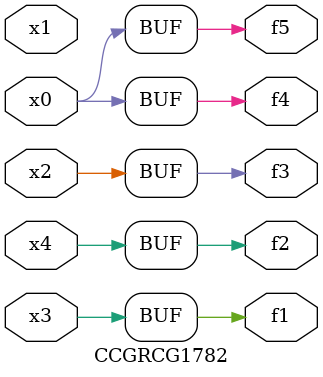
<source format=v>
module CCGRCG1782(
	input x0, x1, x2, x3, x4,
	output f1, f2, f3, f4, f5
);
	assign f1 = x3;
	assign f2 = x4;
	assign f3 = x2;
	assign f4 = x0;
	assign f5 = x0;
endmodule

</source>
